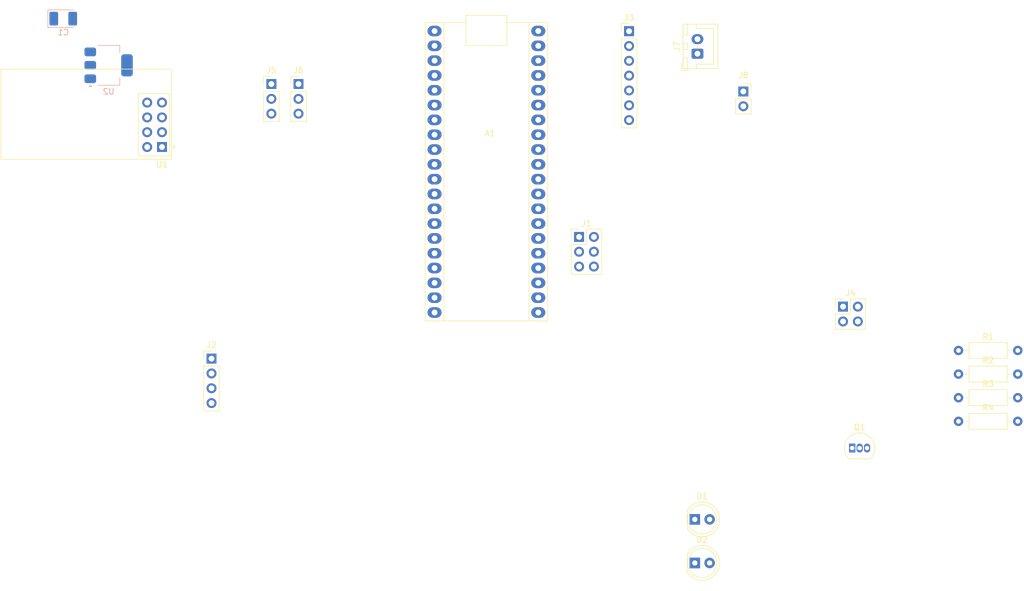
<source format=kicad_pcb>
(kicad_pcb (version 20241229) (generator "pcbnew") (generator_version "9.0")
  (layers (0 "F.Cu" signal) (2 "B.Cu" signal) (13 "F.Paste" user) (15 "B.Paste" user) (5 "F.SilkS" user "F.Silkscreen") (7 "B.SilkS" user "B.Silkscreen") (1 "F.Mask" user) (3 "B.Mask" user) (25 "Edge.Cuts" user))
  (net 0 "")
  (net 1 "GND")
  (net 2 "+3.3V")
  (net 3 "/GP9")
  (net 4 "/GP10")
  (net 5 "/GP13")
  (net 6 "/GP21")
  (net 7 "VBUS")
  (net 8 "/GP7")
  (net 9 "/GP14")
  (net 10 "/ADC0{slash}GP26")
  (net 11 "/GP11")
  (net 12 "/GP16")
  (net 13 "/GP5")
  (net 14 "/GP22")
  (net 15 "/ADC1{slash}GP27")
  (net 16 "/GP17")
  (net 17 "/GP6")
  (net 18 "/GP3")
  (net 19 "/ADC2{slash}GP28")
  (net 20 "/GP8")
  (net 21 "/GP15")
  (net 22 "/GP4")
  (net 23 "/GP2")
  (net 24 "/GP1")
  (net 25 "/GP20")
  (net 26 "VSYS")
  (net 27 "/ADC_VREF")
  (net 28 "/GP19")
  (net 29 "/GP18")
  (net 30 "/~{3V3_EN}")
  (net 31 "/RUN")
  (net 32 "/GP12")
  (net 33 "/GP0")
  (net 34 "Net-(R3-+)")
  (net 35 "Net-(R4--)")
  (net 36 "Net-(Q1-C)")
  (net 37 "Net-(Q1-B)")
  (net 38 "Net-(C1-+)")
  (net 39 "/POWER_KEY")
  (net 40 "Net-(J3-Pin_3)")
  (net 41 "Net-(J3-Pin_6)")
  (footprint "Connector_PinHeader_2.54mm:PinHeader_1x07_P2.54mm_Vertical" (layer "F.Cu") (at 185.99 39.55)
    (property "Reference" "J3" (at 0 -2.33 0) (layer "F.SilkS"))
    (property "Value" "MD-CD42")
    (fp_line (start -1.33 -1.33) (end 0 -1.33) (stroke (width 0.12)) (layer "F.SilkS"))
    (fp_line (start -1.33 0) (end -1.33 -1.33) (stroke (width 0.12)) (layer "F.SilkS"))
    (fp_line (start -1.33 1.27) (end -1.33 16.57) (stroke (width 0.12)) (layer "F.SilkS"))
    (fp_line (start -1.33 1.27) (end 1.33 1.27) (stroke (width 0.12)) (layer "F.SilkS"))
    (fp_line (start -1.33 16.57) (end 1.33 16.57) (stroke (width 0.12)) (layer "F.SilkS"))
    (fp_line (start 1.33 1.27) (end 1.33 16.57) (stroke (width 0.12)) (layer "F.SilkS"))
    (pad "1" thru_hole rect (at 0 0) (size 1.7 1.7) (drill 1) (layers "*.Cu" "*.Mask") (net 7 "VBUS"))
    (pad "2" thru_hole oval (at 0 2.54) (size 1.7 1.7) (drill 1) (layers "*.Cu" "*.Mask") (net 1 "GND"))
    (pad "3" thru_hole oval (at 0 5.08) (size 1.7 1.7) (drill 1) (layers "*.Cu" "*.Mask") (net 40 "Net-(J3-Pin_3)"))
    (pad "4" thru_hole oval (at 0 7.62) (size 1.7 1.7) (drill 1) (layers "*.Cu" "*.Mask") (net 1 "GND"))
    (pad "5" thru_hole oval (at 0 10.16) (size 1.7 1.7) (drill 1) (layers "*.Cu" "*.Mask") (net 1 "GND"))
    (pad "6" thru_hole oval (at 0 12.7) (size 1.7 1.7) (drill 1) (layers "*.Cu" "*.Mask") (net 41 "Net-(J3-Pin_6)"))
    (pad "7" thru_hole oval (at 0 15.24) (size 1.7 1.7) (drill 1) (layers "*.Cu" "*.Mask") (net 39 "/POWER_KEY"))
  )
  (footprint "Connector_JST:JST_XH_B2B-XH-A_1x02_P2.50mm_Vertical" (layer "F.Cu") (at 197.715 43.41 90)
    (property "Reference" "J7" (at 1.25 -3.55 90) (layer "F.SilkS"))
    (property "Value" "BATTERY")
    (fp_line (start -1.6 -2.75) (end -2.85 -2.75) (stroke (width 0.12)) (layer "F.SilkS"))
    (fp_line (start -2.85 -2.75) (end -2.85 -1.5) (stroke (width 0.12)) (layer "F.SilkS"))
    (fp_line (start 5.06 -2.46) (end -2.56 -2.46) (stroke (width 0.12)) (layer "F.SilkS"))
    (fp_line (start -2.56 -2.46) (end -2.56 3.51) (stroke (width 0.12)) (layer "F.SilkS"))
    (fp_line (start 5.05 -2.45) (end 3.25 -2.45) (stroke (width 0.12)) (layer "F.SilkS"))
    (fp_line (start 3.25 -2.45) (end 3.25 -1.7) (stroke (width 0.12)) (layer "F.SilkS"))
    (fp_line (start 1.75 -2.45) (end 0.75 -2.45) (stroke (width 0.12)) (layer "F.SilkS"))
    (fp_line (start 0.75 -2.45) (end 0.75 -1.7) (stroke (width 0.12)) (layer "F.SilkS"))
    (fp_line (start -0.75 -2.45) (end -2.55 -2.45) (stroke (width 0.12)) (layer "F.SilkS"))
    (fp_line (start -2.55 -2.45) (end -2.55 -1.7) (stroke (width 0.12)) (layer "F.SilkS"))
    (fp_line (start 5.05 -1.7) (end 5.05 -2.45) (stroke (width 0.12)) (layer "F.SilkS"))
    (fp_line (start 3.25 -1.7) (end 5.05 -1.7) (stroke (width 0.12)) (layer "F.SilkS"))
    (fp_line (start 1.75 -1.7) (end 1.75 -2.45) (stroke (width 0.12)) (layer "F.SilkS"))
    (fp_line (start 0.75 -1.7) (end 1.75 -1.7) (stroke (width 0.12)) (layer "F.SilkS"))
    (fp_line (start -0.75 -1.7) (end -0.75 -2.45) (stroke (width 0.12)) (layer "F.SilkS"))
    (fp_line (start -2.55 -1.7) (end -0.75 -1.7) (stroke (width 0.12)) (layer "F.SilkS"))
    (fp_line (start 5.05 -0.2) (end 4.3 -0.2) (stroke (width 0.12)) (layer "F.SilkS"))
    (fp_line (start 4.3 -0.2) (end 4.3 2.75) (stroke (width 0.12)) (layer "F.SilkS"))
    (fp_line (start -1.8 -0.2) (end -1.8 2.75) (stroke (width 0.12)) (layer "F.SilkS"))
    (fp_line (start -2.55 -0.2) (end -1.8 -0.2) (stroke (width 0.12)) (layer "F.SilkS"))
    (fp_line (start 4.3 2.75) (end 1.25 2.75) (stroke (width 0.12)) (layer "F.SilkS"))
    (fp_line (start -1.8 2.75) (end 1.25 2.75) (stroke (width 0.12)) (layer "F.SilkS"))
    (fp_line (start 5.06 3.51) (end 5.06 -2.46) (stroke (width 0.12)) (layer "F.SilkS"))
    (fp_line (start -2.56 3.51) (end 5.06 3.51) (stroke (width 0.12)) (layer "F.SilkS"))
    (pad "1" thru_hole roundrect (at 0 0 90) (size 1.7 2) (drill 1) (layers "*.Cu" "*.Mask") (roundrect_rratio 0.147059) (net 40 "Net-(J3-Pin_3)"))
    (pad "2" thru_hole oval (at 2.5 0 90) (size 1.7 2) (drill 1) (layers "*.Cu" "*.Mask") (net 1 "GND"))
  )
  (footprint "Connector_PinSocket_2.54mm:PinSocket_1x02_P2.54mm_Vertical" (layer "F.Cu") (at 205.58 49.88)
    (property "Reference" "J8" (at 0 -2.77 0) (layer "F.SilkS"))
    (property "Value" "BUCK_5V")
    (fp_line (start -1.33 1.27) (end -1.33 3.87) (stroke (width 0.12)) (layer "F.SilkS"))
    (fp_line (start -1.33 1.27) (end 1.33 1.27) (stroke (width 0.12)) (layer "F.SilkS"))
    (fp_line (start -1.33 3.87) (end 1.33 3.87) (stroke (width 0.12)) (layer "F.SilkS"))
    (fp_line (start 0 -1.33) (end 1.33 -1.33) (stroke (width 0.12)) (layer "F.SilkS"))
    (fp_line (start 1.33 -1.33) (end 1.33 0) (stroke (width 0.12)) (layer "F.SilkS"))
    (fp_line (start 1.33 1.27) (end 1.33 3.87) (stroke (width 0.12)) (layer "F.SilkS"))
    (pad "1" thru_hole rect (at 0 0) (size 1.7 1.7) (drill 1) (layers "*.Cu" "*.Mask") (net 1 "GND"))
    (pad "2" thru_hole oval (at 0 2.54) (size 1.7 1.7) (drill 1) (layers "*.Cu" "*.Mask") (net 41 "Net-(J3-Pin_6)"))
  )
  (footprint "Connector_PinHeader_2.54mm:PinHeader_1x03_P2.54mm_Vertical" (layer "F.Cu") (at 129.31 48.61)
    (property "Reference" "J6" (at 0 -2.33 0) (layer "F.SilkS"))
    (property "Value" "UART1_DEBUG")
    (fp_line (start -1.33 -1.33) (end 0 -1.33) (stroke (width 0.12)) (layer "F.SilkS"))
    (fp_line (start -1.33 0) (end -1.33 -1.33) (stroke (width 0.12)) (layer "F.SilkS"))
    (fp_line (start -1.33 1.27) (end -1.33 6.41) (stroke (width 0.12)) (layer "F.SilkS"))
    (fp_line (start -1.33 1.27) (end 1.33 1.27) (stroke (width 0.12)) (layer "F.SilkS"))
    (fp_line (start -1.33 6.41) (end 1.33 6.41) (stroke (width 0.12)) (layer "F.SilkS"))
    (fp_line (start 1.33 1.27) (end 1.33 6.41) (stroke (width 0.12)) (layer "F.SilkS"))
    (pad "1" thru_hole rect (at 0 0) (size 1.7 1.7) (drill 1) (layers "*.Cu" "*.Mask") (net 20 "/GP8"))
    (pad "2" thru_hole oval (at 0 2.54) (size 1.7 1.7) (drill 1) (layers "*.Cu" "*.Mask") (net 3 "/GP9"))
    (pad "3" thru_hole oval (at 0 5.08) (size 1.7 1.7) (drill 1) (layers "*.Cu" "*.Mask") (net 1 "GND"))
  )
  (footprint "LED_THT:LED_D5.0mm" (layer "F.Cu") (at 197.26 123.25)
    (property "Reference" "D1" (at 1.27 -3.96 0) (layer "F.SilkS"))
    (property "Value" "POWER_LED")
    (fp_line (start -1.29 -1.545) (end -1.29 1.545) (stroke (width 0.12)) (layer "F.SilkS"))
    (fp_arc (start -1.29 -1.54483) (mid 2.071756 -2.880501) (end 4.26 -0.000048) (stroke (width 0.12)) (layer "F.SilkS"))
    (fp_arc (start 4.26 0.000048) (mid 2.071756 2.880501) (end -1.29 1.54483) (stroke (width 0.12)) (layer "F.SilkS"))
    (fp_circle (center 1.27 0) (end 3.77 0) (stroke (width 0.12)) (fill no) (layer "F.SilkS"))
    (pad "1" thru_hole rect (at 0 0) (size 1.8 1.8) (drill 0.9) (layers "*.Cu" "*.Mask") (net 34 "Net-(R3-+)"))
    (pad "2" thru_hole circle (at 2.54 0) (size 1.8 1.8) (drill 0.9) (layers "*.Cu" "*.Mask") (net 2 "+3.3V"))
  )
  (footprint "Connector_PinHeader_2.54mm:PinHeader_2x03_P2.54mm_Vertical" (layer "F.Cu") (at 177.42 74.82)
    (property "Reference" "J1" (at 1.27 -2.33 0) (layer "F.SilkS"))
    (property "Value" "INMP441")
    (fp_line (start -1.33 -1.33) (end 0 -1.33) (stroke (width 0.12)) (layer "F.SilkS"))
    (fp_line (start -1.33 0) (end -1.33 -1.33) (stroke (width 0.12)) (layer "F.SilkS"))
    (fp_line (start -1.33 1.27) (end -1.33 6.41) (stroke (width 0.12)) (layer "F.SilkS"))
    (fp_line (start -1.33 1.27) (end 1.27 1.27) (stroke (width 0.12)) (layer "F.SilkS"))
    (fp_line (start -1.33 6.41) (end 3.87 6.41) (stroke (width 0.12)) (layer "F.SilkS"))
    (fp_line (start 1.27 -1.33) (end 3.87 -1.33) (stroke (width 0.12)) (layer "F.SilkS"))
    (fp_line (start 1.27 1.27) (end 1.27 -1.33) (stroke (width 0.12)) (layer "F.SilkS"))
    (fp_line (start 3.87 -1.33) (end 3.87 6.41) (stroke (width 0.12)) (layer "F.SilkS"))
    (pad "1" thru_hole rect (at 0 0) (size 1.7 1.7) (drill 1) (layers "*.Cu" "*.Mask") (net 1 "GND"))
    (pad "2" thru_hole oval (at 2.54 0) (size 1.7 1.7) (drill 1) (layers "*.Cu" "*.Mask") (net 2 "+3.3V"))
    (pad "3" thru_hole oval (at 0 2.54) (size 1.7 1.7) (drill 1) (layers "*.Cu" "*.Mask") (net 25 "/GP20"))
    (pad "4" thru_hole oval (at 2.54 2.54) (size 1.7 1.7) (drill 1) (layers "*.Cu" "*.Mask") (net 29 "/GP18"))
    (pad "5" thru_hole oval (at 0 5.08) (size 1.7 1.7) (drill 1) (layers "*.Cu" "*.Mask") (net 28 "/GP19"))
    (pad "6" thru_hole oval (at 2.54 5.08) (size 1.7 1.7) (drill 1) (layers "*.Cu" "*.Mask") (net 1 "GND"))
  )
  (footprint "LED_THT:LED_D5.0mm" (layer "F.Cu") (at 197.26 130.72)
    (property "Reference" "D2" (at 1.27 -3.96 0) (layer "F.SilkS"))
    (property "Value" "INDICATION_LED")
    (fp_line (start -1.29 -1.545) (end -1.29 1.545) (stroke (width 0.12)) (layer "F.SilkS"))
    (fp_arc (start -1.29 -1.54483) (mid 2.071756 -2.880501) (end 4.26 -0.000048) (stroke (width 0.12)) (layer "F.SilkS"))
    (fp_arc (start 4.26 0.000048) (mid 2.071756 2.880501) (end -1.29 1.54483) (stroke (width 0.12)) (layer "F.SilkS"))
    (fp_circle (center 1.27 0) (end 3.77 0) (stroke (width 0.12)) (fill no) (layer "F.SilkS"))
    (pad "1" thru_hole rect (at 0 0) (size 1.8 1.8) (drill 0.9) (layers "*.Cu" "*.Mask") (net 1 "GND"))
    (pad "2" thru_hole circle (at 2.54 0) (size 1.8 1.8) (drill 0.9) (layers "*.Cu" "*.Mask") (net 35 "Net-(R4--)"))
  )
  (footprint "Connector_PinHeader_2.54mm:PinHeader_1x04_P2.54mm_Vertical" (layer "F.Cu") (at 114.4 95.69)
    (property "Reference" "J2" (at 0 -2.33 0) (layer "F.SilkS"))
    (property "Value" "NEO-6M")
    (fp_line (start -1.33 -1.33) (end 0 -1.33) (stroke (width 0.12)) (layer "F.SilkS"))
    (fp_line (start -1.33 0) (end -1.33 -1.33) (stroke (width 0.12)) (layer "F.SilkS"))
    (fp_line (start -1.33 1.27) (end -1.33 8.95) (stroke (width 0.12)) (layer "F.SilkS"))
    (fp_line (start -1.33 1.27) (end 1.33 1.27) (stroke (width 0.12)) (layer "F.SilkS"))
    (fp_line (start -1.33 8.95) (end 1.33 8.95) (stroke (width 0.12)) (layer "F.SilkS"))
    (fp_line (start 1.33 1.27) (end 1.33 8.95) (stroke (width 0.12)) (layer "F.SilkS"))
    (pad "1" thru_hole rect (at 0 0) (size 1.7 1.7) (drill 1) (layers "*.Cu" "*.Mask") (net 2 "+3.3V"))
    (pad "2" thru_hole oval (at 0 2.54) (size 1.7 1.7) (drill 1) (layers "*.Cu" "*.Mask") (net 20 "/GP8"))
    (pad "3" thru_hole oval (at 0 5.08) (size 1.7 1.7) (drill 1) (layers "*.Cu" "*.Mask") (net 3 "/GP9"))
    (pad "4" thru_hole oval (at 0 7.62) (size 1.7 1.7) (drill 1) (layers "*.Cu" "*.Mask") (net 1 "GND"))
  )
  (footprint "Resistor_THT:R_Axial_DIN0207_L6.3mm_D2.5mm_P10.16mm_Horizontal" (layer "F.Cu") (at 242.47 106.44)
    (property "Reference" "R4" (at 5.08 -2.37 0) (layer "F.SilkS"))
    (property "Value" "680")
    (fp_line (start 1.04 0) (end 1.81 0) (stroke (width 0.12)) (layer "F.SilkS"))
    (fp_line (start 1.81 -1.37) (end 1.81 1.37) (stroke (width 0.12)) (layer "F.SilkS"))
    (fp_line (start 1.81 1.37) (end 8.35 1.37) (stroke (width 0.12)) (layer "F.SilkS"))
    (fp_line (start 8.35 -1.37) (end 1.81 -1.37) (stroke (width 0.12)) (layer "F.SilkS"))
    (fp_line (start 8.35 1.37) (end 8.35 -1.37) (stroke (width 0.12)) (layer "F.SilkS"))
    (fp_line (start 9.12 0) (end 8.35 0) (stroke (width 0.12)) (layer "F.SilkS"))
    (pad "1" thru_hole circle (at 0 0) (size 1.6 1.6) (drill 0.8) (layers "*.Cu" "*.Mask") (net 14 "/GP22"))
    (pad "2" thru_hole oval (at 10.16 0) (size 1.6 1.6) (drill 0.8) (layers "*.Cu" "*.Mask") (net 35 "Net-(R4--)"))
  )
  (footprint "Resistor_THT:R_Axial_DIN0207_L6.3mm_D2.5mm_P10.16mm_Horizontal" (layer "F.Cu") (at 242.47 102.39)
    (property "Reference" "R3" (at 5.08 -2.37 0) (layer "F.SilkS"))
    (property "Value" "680")
    (fp_line (start 1.04 0) (end 1.81 0) (stroke (width 0.12)) (layer "F.SilkS"))
    (fp_line (start 1.81 -1.37) (end 1.81 1.37) (stroke (width 0.12)) (layer "F.SilkS"))
    (fp_line (start 1.81 1.37) (end 8.35 1.37) (stroke (width 0.12)) (layer "F.SilkS"))
    (fp_line (start 8.35 -1.37) (end 1.81 -1.37) (stroke (width 0.12)) (layer "F.SilkS"))
    (fp_line (start 8.35 1.37) (end 8.35 -1.37) (stroke (width 0.12)) (layer "F.SilkS"))
    (fp_line (start 9.12 0) (end 8.35 0) (stroke (width 0.12)) (layer "F.SilkS"))
    (pad "1" thru_hole circle (at 0 0) (size 1.6 1.6) (drill 0.8) (layers "*.Cu" "*.Mask") (net 34 "Net-(R3-+)"))
    (pad "2" thru_hole oval (at 10.16 0) (size 1.6 1.6) (drill 0.8) (layers "*.Cu" "*.Mask") (net 36 "Net-(Q1-C)"))
  )
  (footprint "Connector_PinHeader_2.54mm:PinHeader_2x02_P2.54mm_Vertical" (layer "F.Cu") (at 222.675 86.775)
    (property "Reference" "J4" (at 1.27 -2.33 0) (layer "F.SilkS"))
    (property "Value" "RESET_POWER_SW")
    (fp_line (start -1.33 -1.33) (end 0 -1.33) (stroke (width 0.12)) (layer "F.SilkS"))
    (fp_line (start -1.33 0) (end -1.33 -1.33) (stroke (width 0.12)) (layer "F.SilkS"))
    (fp_line (start -1.33 1.27) (end -1.33 3.87) (stroke (width 0.12)) (layer "F.SilkS"))
    (fp_line (start -1.33 1.27) (end 1.27 1.27) (stroke (width 0.12)) (layer "F.SilkS"))
    (fp_line (start -1.33 3.87) (end 3.87 3.87) (stroke (width 0.12)) (layer "F.SilkS"))
    (fp_line (start 1.27 -1.33) (end 3.87 -1.33) (stroke (width 0.12)) (layer "F.SilkS"))
    (fp_line (start 1.27 1.27) (end 1.27 -1.33) (stroke (width 0.12)) (layer "F.SilkS"))
    (fp_line (start 3.87 -1.33) (end 3.87 3.87) (stroke (width 0.12)) (layer "F.SilkS"))
    (pad "1" thru_hole rect (at 0 0) (size 1.7 1.7) (drill 1) (layers "*.Cu" "*.Mask") (net 31 "/RUN"))
    (pad "2" thru_hole oval (at 2.54 0) (size 1.7 1.7) (drill 1) (layers "*.Cu" "*.Mask") (net 1 "GND"))
    (pad "3" thru_hole oval (at 0 2.54) (size 1.7 1.7) (drill 1) (layers "*.Cu" "*.Mask") (net 1 "GND"))
    (pad "4" thru_hole oval (at 2.54 2.54) (size 1.7 1.7) (drill 1) (layers "*.Cu" "*.Mask") (net 39 "/POWER_KEY"))
  )
  (footprint "Connector_PinHeader_2.54mm:PinHeader_1x03_P2.54mm_Vertical" (layer "F.Cu") (at 124.66 48.61)
    (property "Reference" "J5" (at 0 -2.33 0) (layer "F.SilkS"))
    (property "Value" "UART0_DEBUG")
    (fp_line (start -1.33 -1.33) (end 0 -1.33) (stroke (width 0.12)) (layer "F.SilkS"))
    (fp_line (start -1.33 0) (end -1.33 -1.33) (stroke (width 0.12)) (layer "F.SilkS"))
    (fp_line (start -1.33 1.27) (end -1.33 6.41) (stroke (width 0.12)) (layer "F.SilkS"))
    (fp_line (start -1.33 1.27) (end 1.33 1.27) (stroke (width 0.12)) (layer "F.SilkS"))
    (fp_line (start -1.33 6.41) (end 1.33 6.41) (stroke (width 0.12)) (layer "F.SilkS"))
    (fp_line (start 1.33 1.27) (end 1.33 6.41) (stroke (width 0.12)) (layer "F.SilkS"))
    (pad "1" thru_hole rect (at 0 0) (size 1.7 1.7) (drill 1) (layers "*.Cu" "*.Mask") (net 24 "/GP1"))
    (pad "2" thru_hole oval (at 0 2.54) (size 1.7 1.7) (drill 1) (layers "*.Cu" "*.Mask") (net 23 "/GP2"))
    (pad "3" thru_hole oval (at 0 5.08) (size 1.7 1.7) (drill 1) (layers "*.Cu" "*.Mask") (net 1 "GND"))
  )
  (footprint "Resistor_THT:R_Axial_DIN0207_L6.3mm_D2.5mm_P10.16mm_Horizontal" (layer "F.Cu") (at 242.47 98.34)
    (property "Reference" "R2" (at 5.08 -2.37 0) (layer "F.SilkS"))
    (property "Value" "10k")
    (fp_line (start 1.04 0) (end 1.81 0) (stroke (width 0.12)) (layer "F.SilkS"))
    (fp_line (start 1.81 -1.37) (end 1.81 1.37) (stroke (width 0.12)) (layer "F.SilkS"))
    (fp_line (start 1.81 1.37) (end 8.35 1.37) (stroke (width 0.12)) (layer "F.SilkS"))
    (fp_line (start 8.35 -1.37) (end 1.81 -1.37) (stroke (width 0.12)) (layer "F.SilkS"))
    (fp_line (start 8.35 1.37) (end 8.35 -1.37) (stroke (width 0.12)) (layer "F.SilkS"))
    (fp_line (start 9.12 0) (end 8.35 0) (stroke (width 0.12)) (layer "F.SilkS"))
    (pad "1" thru_hole circle (at 0 0) (size 1.6 1.6) (drill 0.8) (layers "*.Cu" "*.Mask") (net 37 "Net-(Q1-B)"))
    (pad "2" thru_hole oval (at 10.16 0) (size 1.6 1.6) (drill 0.8) (layers "*.Cu" "*.Mask") (net 1 "GND"))
  )
  (footprint "RF_Module:nRF24L01_Breakout" (layer "F.Cu") (at 105.91 59.41 180)
    (property "Reference" "U1" (at 0 -3 0) (layer "F.SilkS"))
    (property "Value" "NRF24L01_Breakout")
    (fp_line (start 27.6 13.35) (end -1.6 13.35) (stroke (width 0.12)) (layer "F.SilkS"))
    (fp_line (start 27.6 -2.1) (end 27.6 13.35) (stroke (width 0.12)) (layer "F.SilkS"))
    (fp_line (start 4.064 9.144) (end -1.27 9.144) (stroke (width 0.12)) (layer "F.SilkS"))
    (fp_line (start 4.064 -1.524) (end 4.064 9.144) (stroke (width 0.12)) (layer "F.SilkS"))
    (fp_line (start -1.27 9.144) (end -1.27 9.144) (stroke (width 0.12)) (layer "F.SilkS"))
    (fp_line (start -1.27 9.144) (end -1.27 -1.524) (stroke (width 0.12)) (layer "F.SilkS"))
    (fp_line (start -1.27 -1.524) (end 4.064 -1.524) (stroke (width 0.12)) (layer "F.SilkS"))
    (fp_line (start -1.27 -1.524) (end -1.27 -1.524) (stroke (width 0.12)) (layer "F.SilkS"))
    (fp_line (start -1.6 13.35) (end -1.6 -2.1) (stroke (width 0.12)) (layer "F.SilkS"))
    (fp_line (start -1.6 -2.1) (end 27.6 -2.1) (stroke (width 0.12)) (layer "F.SilkS"))
    (fp_line (start -1.6 -2.1) (end -1.6 -2.1) (stroke (width 0.12)) (layer "F.SilkS"))
    (fp_poly (pts (xy -1.8 0) (xy -2.136 0.24) (xy -2.136 -0.24) (xy -1.8 0)) (stroke (width 0.12)) (fill yes) (layer "F.SilkS"))
    (pad "1" thru_hole rect (at 0 0 180) (size 1.7 1.7) (drill 1) (layers "*.Cu" "*.Mask") (net 1 "GND"))
    (pad "2" thru_hole circle (at 2.54 0 180) (size 1.7 1.7) (drill 1) (layers "*.Cu" "*.Mask") (net 38 "Net-(C1-+)"))
    (pad "3" thru_hole circle (at 0 2.54 180) (size 1.7 1.7) (drill 1) (layers "*.Cu" "*.Mask") (net 17 "/GP6"))
    (pad "4" thru_hole circle (at 2.54 2.54 180) (size 1.7 1.7) (drill 1) (layers "*.Cu" "*.Mask") (net 13 "/GP5"))
    (pad "5" thru_hole circle (at 0 5.08 180) (size 1.7 1.7) (drill 1) (layers "*.Cu" "*.Mask") (net 23 "/GP2"))
    (pad "6" thru_hole circle (at 2.54 5.08 180) (size 1.7 1.7) (drill 1) (layers "*.Cu" "*.Mask") (net 18 "/GP3"))
    (pad "7" thru_hole circle (at 0 7.62 180) (size 1.7 1.7) (drill 1) (layers "*.Cu" "*.Mask") (net 22 "/GP4"))
    (pad "8" thru_hole circle (at 2.54 7.62 180) (size 1.7 1.7) (drill 1) (layers "*.Cu" "*.Mask") (net 8 "/GP7"))
  )
  (footprint "Resistor_THT:R_Axial_DIN0207_L6.3mm_D2.5mm_P10.16mm_Horizontal" (layer "F.Cu") (at 242.47 94.29)
    (property "Reference" "R1" (at 5.08 -2.37 0) (layer "F.SilkS"))
    (property "Value" "560")
    (fp_line (start 1.04 0) (end 1.81 0) (stroke (width 0.12)) (layer "F.SilkS"))
    (fp_line (start 1.81 -1.37) (end 1.81 1.37) (stroke (width 0.12)) (layer "F.SilkS"))
    (fp_line (start 1.81 1.37) (end 8.35 1.37) (stroke (width 0.12)) (layer "F.SilkS"))
    (fp_line (start 8.35 -1.37) (end 1.81 -1.37) (stroke (width 0.12)) (layer "F.SilkS"))
    (fp_line (start 8.35 1.37) (end 8.35 -1.37) (stroke (width 0.12)) (layer "F.SilkS"))
    (fp_line (start 9.12 0) (end 8.35 0) (stroke (width 0.12)) (layer "F.SilkS"))
    (pad "1" thru_hole circle (at 0 0) (size 1.6 1.6) (drill 0.8) (layers "*.Cu" "*.Mask") (net 21 "/GP15"))
    (pad "2" thru_hole oval (at 10.16 0) (size 1.6 1.6) (drill 0.8) (layers "*.Cu" "*.Mask") (net 37 "Net-(Q1-B)"))
  )
  (footprint "PCM_SL_Development_Boards:raspberry_pi_pico_THT" (layer "F.Cu") (at 152.64 39.52)
    (property "Reference" "A1" (at 9.49 17.53 180) (layer "F.SilkS"))
    (property "Value" "Raspberry_Pi_Pico_THT")
    (fp_line (start -1.6 49.71) (end 19.379999 49.71) (stroke (width 0.12)) (layer "F.SilkS"))
    (fp_line (start -1.599999 -1.45) (end -1.6 49.71) (stroke (width 0.12)) (layer "F.SilkS"))
    (fp_line (start 1.59 -1.42) (end 1.59 49.68) (stroke (width 0.12)) (layer "F.SilkS"))
    (fp_line (start 5.393334 -2.67) (end 5.393334 -1.45) (stroke (width 0.12)) (layer "F.SilkS"))
    (fp_line (start 5.393334 -1.45) (end -1.599999 -1.45) (stroke (width 0.12)) (layer "F.SilkS"))
    (fp_line (start 5.393334 -1.45) (end 5.393334 2.5) (stroke (width 0.12)) (layer "F.SilkS"))
    (fp_line (start 5.393334 2.5) (end 12.386666 2.5) (stroke (width 0.12)) (layer "F.SilkS"))
    (fp_line (start 12.386666 -2.67) (end 5.393334 -2.67) (stroke (width 0.12)) (layer "F.SilkS"))
    (fp_line (start 12.386666 -1.45) (end 12.386666 -2.67) (stroke (width 0.12)) (layer "F.SilkS"))
    (fp_line (start 12.386666 2.5) (end 12.386666 -1.45) (stroke (width 0.12)) (layer "F.SilkS"))
    (fp_line (start 16.19 -1.42) (end 16.19 49.63) (stroke (width 0.12)) (layer "F.SilkS"))
    (fp_line (start 19.379999 49.71) (end 19.38 -1.45) (stroke (width 0.12)) (layer "F.SilkS"))
    (fp_line (start 19.38 -1.45) (end 12.386666 -1.45) (stroke (width 0.12)) (layer "F.SilkS"))
    (pad "1" thru_hole oval (at 0 0 270) (size 1.8 2.4) (drill 1) (layers "*.Cu" "*.Mask") (net 33 "/GP0"))
    (pad "2" thru_hole oval (at 0 2.54 270) (size 1.8 2.4) (drill 1) (layers "*.Cu" "*.Mask") (net 24 "/GP1"))
    (pad "3" thru_hole oval (at 0 5.08 270) (size 1.8 2.4) (drill 1) (layers "*.Cu" "*.Mask") (net 1 "GND"))
    (pad "4" thru_hole oval (at 0 7.62 270) (size 1.8 2.4) (drill 1) (layers "*.Cu" "*.Mask") (net 23 "/GP2"))
    (pad "5" thru_hole oval (at 0 10.16 270) (size 1.8 2.4) (drill 1) (layers "*.Cu" "*.Mask") (net 18 "/GP3"))
    (pad "6" thru_hole oval (at 0 12.7 270) (size 1.8 2.4) (drill 1) (layers "*.Cu" "*.Mask") (net 22 "/GP4"))
    (pad "7" thru_hole oval (at 0 15.24 270) (size 1.8 2.4) (drill 1) (layers "*.Cu" "*.Mask") (net 13 "/GP5"))
    (pad "8" thru_hole oval (at 0 17.78 270) (size 1.8 2.4) (drill 1) (layers "*.Cu" "*.Mask") (net 1 "GND"))
    (pad "9" thru_hole oval (at 0 20.32 270) (size 1.8 2.4) (drill 1) (layers "*.Cu" "*.Mask") (net 17 "/GP6"))
    (pad "10" thru_hole oval (at 0 22.86 270) (size 1.8 2.4) (drill 1) (layers "*.Cu" "*.Mask") (net 8 "/GP7"))
    (pad "11" thru_hole oval (at 0 25.4 270) (size 1.8 2.4) (drill 1) (layers "*.Cu" "*.Mask") (net 20 "/GP8"))
    (pad "12" thru_hole oval (at 0 27.94 270) (size 1.8 2.4) (drill 1) (layers "*.Cu" "*.Mask") (net 3 "/GP9"))
    (pad "13" thru_hole oval (at 0 30.48 270) (size 1.8 2.4) (drill 1) (layers "*.Cu" "*.Mask") (net 1 "GND"))
    (pad "14" thru_hole oval (at 0 33.02 270) (size 1.8 2.4) (drill 1) (layers "*.Cu" "*.Mask") (net 4 "/GP10"))
    (pad "15" thru_hole oval (at 0 35.56 270) (size 1.8 2.4) (drill 1) (layers "*.Cu" "*.Mask") (net 11 "/GP11"))
    (pad "16" thru_hole oval (at 0 38.1 270) (size 1.8 2.4) (drill 1) (layers "*.Cu" "*.Mask") (net 32 "/GP12"))
    (pad "17" thru_hole oval (at 0 40.64 270) (size 1.8 2.4) (drill 1) (layers "*.Cu" "*.Mask") (net 5 "/GP13"))
    (pad "18" thru_hole oval (at 0 43.18 270) (size 1.8 2.4) (drill 1) (layers "*.Cu" "*.Mask") (net 1 "GND"))
    (pad "19" thru_hole oval (at 0 45.72 270) (size 1.8 2.4) (drill 1) (layers "*.Cu" "*.Mask") (net 9 "/GP14"))
    (pad "20" thru_hole oval (at 0 48.26 270) (size 1.8 2.4) (drill 1) (layers "*.Cu" "*.Mask") (net 21 "/GP15"))
    (pad "21" thru_hole oval (at 17.78 48.26 270) (size 1.8 2.4) (drill 1) (layers "*.Cu" "*.Mask") (net 12 "/GP16"))
    (pad "22" thru_hole oval (at 17.78 45.72 270) (size 1.8 2.4) (drill 1) (layers "*.Cu" "*.Mask") (net 16 "/GP17"))
    (pad "23" thru_hole oval (at 17.78 43.18 270) (size 1.8 2.4) (drill 1) (layers "*.Cu" "*.Mask") (net 1 "GND"))
    (pad "24" thru_hole oval (at 17.78 40.64 270) (size 1.8 2.4) (drill 1) (layers "*.Cu" "*.Mask") (net 29 "/GP18"))
    (pad "25" thru_hole oval (at 17.78 38.1 270) (size 1.8 2.4) (drill 1) (layers "*.Cu" "*.Mask") (net 28 "/GP19"))
    (pad "26" thru_hole oval (at 17.78 35.56 270) (size 1.8 2.4) (drill 1) (layers "*.Cu" "*.Mask") (net 25 "/GP20"))
    (pad "27" thru_hole oval (at 17.78 33.02 270) (size 1.8 2.4) (drill 1) (layers "*.Cu" "*.Mask") (net 6 "/GP21"))
    (pad "28" thru_hole oval (at 17.78 30.48 270) (size 1.8 2.4) (drill 1) (layers "*.Cu" "*.Mask") (net 1 "GND"))
    (pad "29" thru_hole oval (at 17.78 27.94 270) (size 1.8 2.4) (drill 1) (layers "*.Cu" "*.Mask") (net 14 "/GP22"))
    (pad "30" thru_hole oval (at 17.78 25.4 270) (size 1.8 2.4) (drill 1) (layers "*.Cu" "*.Mask") (net 31 "/RUN"))
    (pad "31" thru_hole oval (at 17.78 22.86 270) (size 1.8 2.4) (drill 1) (layers "*.Cu" "*.Mask") (net 10 "/ADC0{slash}GP26"))
    (pad "32" thru_hole oval (at 17.78 20.32 270) (size 1.8 2.4) (drill 1) (layers "*.Cu" "*.Mask") (net 15 "/ADC1{slash}GP27"))
    (pad "33" thru_hole oval (at 17.78 17.78 270) (size 1.8 2.4) (drill 1) (layers "*.Cu" "*.Mask") (net 1 "GND"))
    (pad "34" thru_hole oval (at 17.78 15.24 270) (size 1.8 2.4) (drill 1) (layers "*.Cu" "*.Mask") (net 19 "/ADC2{slash}GP28"))
    (pad "35" thru_hole oval (at 17.78 12.7 270) (size 1.8 2.4) (drill 1) (layers "*.Cu" "*.Mask") (net 27 "/ADC_VREF"))
    (pad "36" thru_hole oval (at 17.78 10.16 270) (size 1.8 2.4) (drill 1) (layers "*.Cu" "*.Mask") (net 2 "+3.3V"))
    (pad "37" thru_hole oval (at 17.78 7.62 270) (size 1.8 2.4) (drill 1) (layers "*.Cu" "*.Mask") (net 30 "/~{3V3_EN}"))
    (pad "38" thru_hole oval (at 17.78 5.08 270) (size 1.8 2.4) (drill 1) (layers "*.Cu" "*.Mask") (net 1 "GND"))
    (pad "39" thru_hole oval (at 17.78 2.54 270) (size 1.8 2.4) (drill 1) (layers "*.Cu" "*.Mask") (net 26 "VSYS"))
    (pad "40" thru_hole oval (at 17.78 0 270) (size 1.8 2.4) (drill 1) (layers "*.Cu" "*.Mask") (net 7 "VBUS"))
  )
  (footprint "Package_TO_SOT_THT:TO-92_Inline" (layer "F.Cu") (at 224.25 111.02)
    (property "Reference" "Q1" (at 1.27 -3.56 0) (layer "F.SilkS"))
    (property "Value" "BC547")
    (fp_line (start -0.53 1.85) (end 3.07 1.85) (stroke (width 0.12)) (layer "F.SilkS"))
    (fp_arc (start -0.568478 1.838478) (mid -1.132087 -0.994977) (end 1.27 -2.6) (stroke (width 0.12)) (layer "F.SilkS"))
    (fp_arc (start 1.27 -2.6) (mid 3.672087 -0.994977) (end 3.108478 1.838478) (stroke (width 0.12)) (layer "F.SilkS"))
    (pad "1" thru_hole rect (at 0 0) (size 1.05 1.5) (drill 0.75) (layers "*.Cu" "*.Mask") (net 36 "Net-(Q1-C)"))
    (pad "2" thru_hole oval (at 1.27 0) (size 1.05 1.5) (drill 0.75) (layers "*.Cu" "*.Mask") (net 37 "Net-(Q1-B)"))
    (pad "3" thru_hole oval (at 2.54 0) (size 1.05 1.5) (drill 0.75) (layers "*.Cu" "*.Mask") (net 1 "GND"))
  )
  (footprint "Package_TO_SOT_SMD:SOT-223-3_TabPin2" (layer "B.Cu") (at 96.76 45.4025)
    (property "Reference" "U2" (at 0 4.5 180) (layer "B.SilkS") (effects (justify mirror)))
    (property "Value" "AMS1117-3.3")
    (fp_line (start -1.85 -3.41) (end 1.91 -3.41) (stroke (width 0.12)) (layer "B.SilkS"))
    (fp_line (start -1.85 3.41) (end 1.91 3.41) (stroke (width 0.12)) (layer "B.SilkS"))
    (fp_line (start 1.91 -3.41) (end 1.91 -2.15) (stroke (width 0.12)) (layer "B.SilkS"))
    (fp_line (start 1.91 3.41) (end 1.91 2.15) (stroke (width 0.12)) (layer "B.SilkS"))
    (fp_poly (pts (xy -3.13 3.31) (xy -3.37 3.64) (xy -2.89 3.64) (xy -3.13 3.31)) (stroke (width 0.12)) (fill yes) (layer "B.SilkS"))
    (pad "1" smd roundrect (at -3.15 2.3) (size 2 1.5) (layers "B.Cu" "B.Mask" "B.Paste") (net 1 "GND"))
    (pad "2" smd roundrect (at -3.15 0) (size 2 1.5) (layers "B.Cu" "B.Mask" "B.Paste") (net 38 "Net-(C1-+)"))
    (pad "2" smd roundrect (at 3.15 0) (size 2 3.8) (layers "B.Cu" "B.Mask" "B.Paste") (net 38 "Net-(C1-+)"))
    (pad "3" smd roundrect (at -3.15 -2.3) (size 2 1.5) (layers "B.Cu" "B.Mask" "B.Paste") (net 7 "VBUS"))
  )
  (footprint "Capacitor_Tantalum_SMD:CP_EIA-3528-21_Kemet-B_Pad1.50x2.35mm_HandSolder" (layer "B.Cu") (at 88.975 37.4)
    (property "Reference" "C1" (at 0 2.35 180) (layer "B.SilkS") (effects (justify mirror)))
    (property "Value" "10uf")
    (fp_line (start -2.635 -1.51) (end 1.75 -1.51) (stroke (width 0.12)) (layer "B.SilkS"))
    (fp_line (start -2.635 1.51) (end -2.635 -1.51) (stroke (width 0.12)) (layer "B.SilkS"))
    (fp_line (start 1.75 1.51) (end -2.635 1.51) (stroke (width 0.12)) (layer "B.SilkS"))
    (pad "1" smd roundrect (at -1.625 0) (size 1.5 2.35) (layers "B.Cu" "B.Mask" "B.Paste") (roundrect_rratio 0.166667) (net 38 "Net-(C1-+)"))
    (pad "2" smd roundrect (at 1.625 0) (size 1.5 2.35) (layers "B.Cu" "B.Mask" "B.Paste") (roundrect_rratio 0.166667) (net 1 "GND"))
  )
)
</source>
